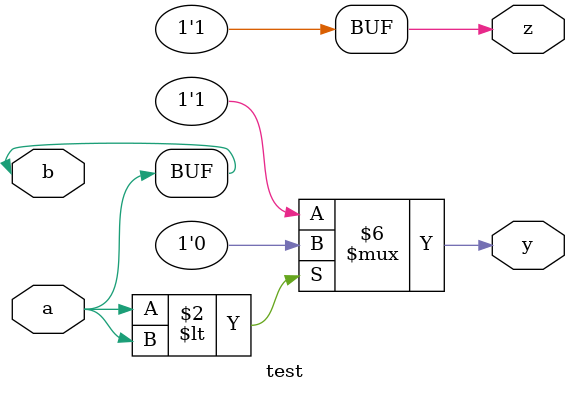
<source format=sv>
module test1
(
    input logic a, b,
    output logic y, z
);

assign a = b;

always_comb begin
    if (a < b) begin
        y = 0;
        z = 1;
    end
    else begin
        y = 1;
        z = 1;
    end
end

endmodule

module test
(
    input logic a, b,
    output logic y, z
);

assign a = b;

always_comb begin
    if (a < b) begin
        y = 0;
        z = 1;
    end
    else begin
        y = 1;
        z = 1;
    end
end

endmodule

</source>
